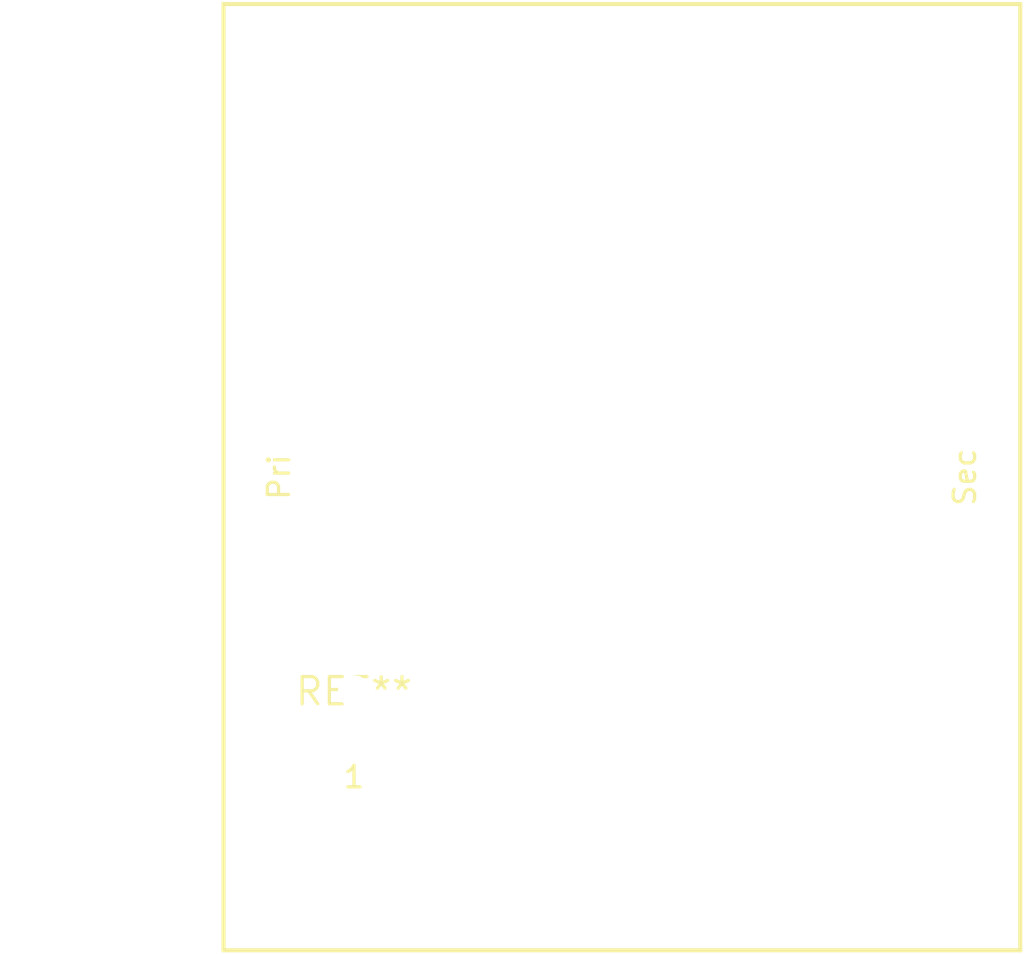
<source format=kicad_pcb>
(kicad_pcb (version 20240108) (generator pcbnew)
  (layers (0 "F.Cu" signal) (31 "B.Cu" signal) (34 "B.Paste" user) (35 "F.Paste" user) (36 "B.SilkS" user "B.Silkscreen") (37 "F.SilkS" user "F.Silkscreen") (38 "B.Mask" user) (39 "F.Mask" user) (44 "Edge.Cuts" user))
  (net 0 "")
  (footprint "Transformer_CHK_EI42-5VA_1xSec" (layer "F.Cu") (at 0 0)
    (property "Reference" "REF**")
    (property "Value" "Transformer_CHK_EI42-5VA_1xSec")
    (fp_line (start -6.12 -32.12) (end -6.12 12.12) (layer "F.SilkS") (stroke (width 0.12)))
    (fp_line (start -6.12 -32.12) (end 31.12 -32.12) (layer "F.SilkS") (stroke (width 0.12)))
    (fp_line (start -6.05 -32.05) (end 31.05 -32.05) (layer "F.SilkS") (stroke (width 0.12)))
    (fp_line (start -6.05 12.05) (end -6.05 -32.05) (layer "F.SilkS") (stroke (width 0.12)))
    (fp_line (start 31.05 -32.05) (end 31.05 12.05) (layer "F.SilkS") (stroke (width 0.12)))
    (fp_line (start 31.05 12.05) (end -6.05 12.05) (layer "F.SilkS") (stroke (width 0.12)))
    (fp_line (start 31.12 12.12) (end -6.12 12.12) (layer "F.SilkS") (stroke (width 0.12)))
    (fp_line (start 31.12 12.12) (end 31.12 -32.12) (layer "F.SilkS") (stroke (width 0.12)))
    (fp_text user "1" (at 0 4 0) (layer "F.SilkS"))
    (fp_text user "Pri" (at -3.5 -10 90) (layer "F.SilkS"))
    (fp_text user "Sec" (at 28.5 -10 90) (layer "F.SilkS"))
    (pad "1" thru_hole circle (at 0 0) (size 3 3) (drill 1.5) (layers *.Cu *.Mask) (remove_unused_layers))
    (pad "2" thru_hole circle (at 0 -5) (size 3 3) (drill 1.5) (layers *.Cu *.Mask) (remove_unused_layers))
    (pad "3" thru_hole circle (at 0 -10) (size 3 3) (drill 1.5) (layers *.Cu *.Mask) (remove_unused_layers))
    (pad "4" thru_hole circle (at 0 -15) (size 3 3) (drill 1.5) (layers *.Cu *.Mask) (remove_unused_layers))
    (pad "5" thru_hole circle (at 0 -20) (size 3 3) (drill 1.5) (layers *.Cu *.Mask) (remove_unused_layers))
    (pad "6" thru_hole circle (at 25 -20) (size 3 3) (drill 1.5) (layers *.Cu *.Mask) (remove_unused_layers))
    (pad "7" thru_hole circle (at 25 -15) (size 3 3) (drill 1.5) (layers *.Cu *.Mask) (remove_unused_layers))
    (pad "8" thru_hole circle (at 25 -10) (size 3 3) (drill 1.5) (layers *.Cu *.Mask) (remove_unused_layers))
    (pad "9" thru_hole circle (at 25 -5) (size 3 3) (drill 1.5) (layers *.Cu *.Mask) (remove_unused_layers))
    (pad "10" thru_hole circle (at 25 0) (size 3 3) (drill 1.5) (layers *.Cu *.Mask) (remove_unused_layers))
  )
)
</source>
